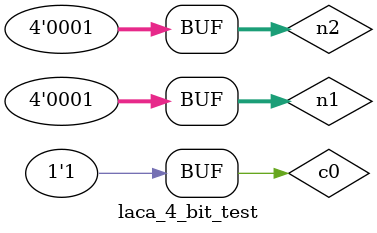
<source format=v>
`timescale 1ns / 1ps

module laca_4_bit_test;

	// Inputs
	reg [3:0] n1;
	reg [3:0] n2;
	reg c0;

	// Outputs
	wire [3:0] sum;
	wire carry;

	// Instantiate the Unit Under Test (UUT)
	laca_4_bit uut (
		.n1(n1),
		.n2(n2),
		.c0(c0),
		.sum(sum),
		.carry(carry)
	);

	initial begin
		// Initialize Inputs
		n1 = 0;
		n2 = 0;
		c0 = 0;
		#1.9;
		repeat(31)
		begin
		n1 <= n1 + 1;
		#1.9;
		repeat(15)
		begin
		n2 <= n2 + 1;
		#1.9;
		end
		c0 = c0^1;
		#1.9;
		end
	end

endmodule

</source>
